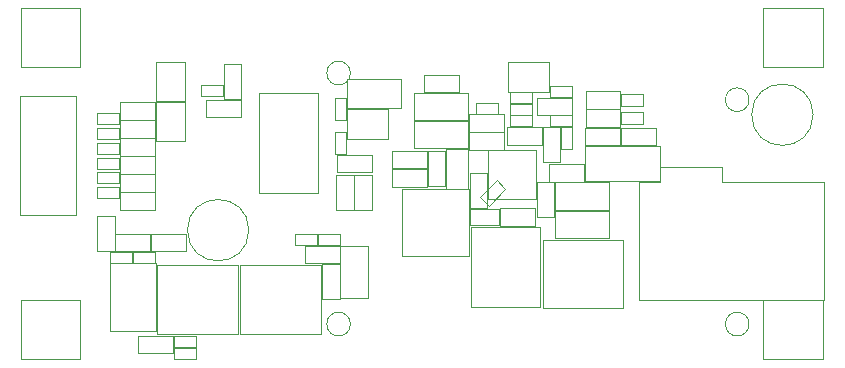
<source format=gbr>
%TF.GenerationSoftware,KiCad,Pcbnew,6.0.3-a3aad9c10e~116~ubuntu20.04.1*%
%TF.CreationDate,2022-03-23T21:19:16+01:00*%
%TF.ProjectId,Smart_Charger,536d6172-745f-4436-9861-726765722e6b,ED A0*%
%TF.SameCoordinates,Original*%
%TF.FileFunction,Other,User*%
%FSLAX46Y46*%
G04 Gerber Fmt 4.6, Leading zero omitted, Abs format (unit mm)*
G04 Created by KiCad (PCBNEW 6.0.3-a3aad9c10e~116~ubuntu20.04.1) date 2022-03-23 21:19:16*
%MOMM*%
%LPD*%
G01*
G04 APERTURE LIST*
%ADD10C,0.050000*%
G04 APERTURE END LIST*
D10*
%TO.C,R316*%
X137725000Y-82505000D02*
X137725000Y-81045000D01*
X140685000Y-81045000D02*
X140685000Y-82505000D01*
X140685000Y-82505000D02*
X137725000Y-82505000D01*
X137725000Y-81045000D02*
X140685000Y-81045000D01*
%TO.C,D302*%
X140324999Y-88749999D02*
X138024999Y-88749999D01*
X140324999Y-88749999D02*
X140324999Y-93149999D01*
X138024999Y-93149999D02*
X138024999Y-88749999D01*
X140324999Y-93149999D02*
X138024999Y-93149999D01*
%TO.C,JP302*%
X124900000Y-76550000D02*
X124900000Y-79850000D01*
X122400000Y-79850000D02*
X122400000Y-76550000D01*
X122400000Y-79850000D02*
X124900000Y-79850000D01*
X124900000Y-76550000D02*
X122400000Y-76550000D01*
%TO.C,TP304*%
X173850000Y-93325000D02*
X178850000Y-93325000D01*
X178850000Y-98325000D02*
X178850000Y-93325000D01*
X178850000Y-98325000D02*
X173850000Y-98325000D01*
X173850000Y-93325000D02*
X173850000Y-98325000D01*
%TO.C,FID301*%
X138875000Y-74125000D02*
G75*
G03*
X138875000Y-74125000I-1000000J0D01*
G01*
%TO.C,D204*%
X151475000Y-85600000D02*
X151475000Y-87000000D01*
X151475000Y-87000000D02*
X148975000Y-87000000D01*
X148975000Y-87000000D02*
X148975000Y-85600000D01*
X148975000Y-85600000D02*
X151475000Y-85600000D01*
%TO.C,C305*%
X122330000Y-82695000D02*
X122330000Y-84155000D01*
X119370000Y-84155000D02*
X119370000Y-82695000D01*
X122330000Y-84155000D02*
X119370000Y-84155000D01*
X119370000Y-82695000D02*
X122330000Y-82695000D01*
%TO.C,R209*%
X154255000Y-77645000D02*
X152395000Y-77645000D01*
X152395000Y-77645000D02*
X152395000Y-76705000D01*
X154255000Y-76705000D02*
X154255000Y-77645000D01*
X152395000Y-76705000D02*
X154255000Y-76705000D01*
%TO.C,R213*%
X148945000Y-79145000D02*
X151905000Y-79145000D01*
X151905000Y-80605000D02*
X148945000Y-80605000D01*
X151905000Y-79145000D02*
X151905000Y-80605000D01*
X148945000Y-80605000D02*
X148945000Y-79145000D01*
%TO.C,C301*%
X122330000Y-78055000D02*
X119370000Y-78055000D01*
X119370000Y-76595000D02*
X122330000Y-76595000D01*
X119370000Y-78055000D02*
X119370000Y-76595000D01*
X122330000Y-76595000D02*
X122330000Y-78055000D01*
%TO.C,R203*%
X156705000Y-80580000D02*
X156705000Y-78720000D01*
X157645000Y-80580000D02*
X156705000Y-80580000D01*
X157645000Y-78720000D02*
X157645000Y-80580000D01*
X156705000Y-78720000D02*
X157645000Y-78720000D01*
%TO.C,R212*%
X151905000Y-77620000D02*
X151905000Y-79080000D01*
X151905000Y-79080000D02*
X148945000Y-79080000D01*
X148945000Y-79080000D02*
X148945000Y-77620000D01*
X148945000Y-77620000D02*
X151905000Y-77620000D01*
%TO.C,C215*%
X149515000Y-77560000D02*
X149515000Y-76640000D01*
X149515000Y-76640000D02*
X151335000Y-76640000D01*
X151335000Y-77560000D02*
X149515000Y-77560000D01*
X151335000Y-76640000D02*
X151335000Y-77560000D01*
%TO.C,FID304*%
X172625000Y-76375000D02*
G75*
G03*
X172625000Y-76375000I-1000000J0D01*
G01*
%TO.C,JP303*%
X138597500Y-74622500D02*
X138597500Y-77122500D01*
X143197500Y-77122500D02*
X143197500Y-74622500D01*
X138597500Y-74622500D02*
X143197500Y-74622500D01*
X143197500Y-77122500D02*
X138597500Y-77122500D01*
%TO.C,J201*%
X155700000Y-73210000D02*
X155700000Y-75710000D01*
X152200000Y-75710000D02*
X152200000Y-73210000D01*
X152200000Y-73210000D02*
X155700000Y-73210000D01*
X155700000Y-75710000D02*
X152200000Y-75710000D01*
%TO.C,R305*%
X119290000Y-82530000D02*
X119290000Y-83470000D01*
X117430000Y-82530000D02*
X119290000Y-82530000D01*
X119290000Y-83470000D02*
X117430000Y-83470000D01*
X117430000Y-83470000D02*
X117430000Y-82530000D01*
%TO.C,L201*%
X143227500Y-89627500D02*
X148877500Y-89627500D01*
X148877500Y-89627500D02*
X148877500Y-83977500D01*
X148877500Y-83977500D02*
X143227500Y-83977500D01*
X143227500Y-83977500D02*
X143227500Y-89627500D01*
%TO.C,C208*%
X150430000Y-82570000D02*
X150430000Y-85530000D01*
X148970000Y-82570000D02*
X150430000Y-82570000D01*
X148970000Y-85530000D02*
X148970000Y-82570000D01*
X150430000Y-85530000D02*
X148970000Y-85530000D01*
%TO.C,C310*%
X121929999Y-89179999D02*
X118969999Y-89179999D01*
X118969999Y-89179999D02*
X118969999Y-87719999D01*
X121929999Y-87719999D02*
X121929999Y-89179999D01*
X118969999Y-87719999D02*
X121929999Y-87719999D01*
%TO.C,R204*%
X163667500Y-76870000D02*
X161807500Y-76870000D01*
X163667500Y-75930000D02*
X163667500Y-76870000D01*
X161807500Y-76870000D02*
X161807500Y-75930000D01*
X161807500Y-75930000D02*
X163667500Y-75930000D01*
%TO.C,C309*%
X126667500Y-77852500D02*
X126667500Y-76392500D01*
X129627500Y-76392500D02*
X129627500Y-77852500D01*
X129627500Y-77852500D02*
X126667500Y-77852500D01*
X126667500Y-76392500D02*
X129627500Y-76392500D01*
%TO.C,J101*%
X163300000Y-83350000D02*
X163300000Y-93350000D01*
X179000000Y-83350000D02*
X170300000Y-83350000D01*
X163300000Y-93350000D02*
X179000000Y-93350000D01*
X165100000Y-82050000D02*
X170300000Y-82050000D01*
X170300000Y-82050000D02*
X170300000Y-83350000D01*
X165100000Y-83350000D02*
X163300000Y-83350000D01*
X179000000Y-93350000D02*
X179000000Y-83350000D01*
X165100000Y-82050000D02*
X165100000Y-83350000D01*
%TO.C,R313*%
X123969999Y-97319999D02*
X123969999Y-96379999D01*
X125829999Y-97319999D02*
X123969999Y-97319999D01*
X125829999Y-96379999D02*
X125829999Y-97319999D01*
X123969999Y-96379999D02*
X125829999Y-96379999D01*
%TO.C,U301*%
X131097500Y-75847500D02*
X136097500Y-75847500D01*
X136097500Y-75847500D02*
X136097500Y-84247500D01*
X136097500Y-84247500D02*
X131097500Y-84247500D01*
X131097500Y-84247500D02*
X131097500Y-75847500D01*
%TO.C,TP303*%
X178850000Y-73650000D02*
X173850000Y-73650000D01*
X173850000Y-68650000D02*
X178850000Y-68650000D01*
X178850000Y-73650000D02*
X178850000Y-68650000D01*
X173850000Y-68650000D02*
X173850000Y-73650000D01*
%TO.C,H302*%
X178050000Y-77650000D02*
G75*
G03*
X178050000Y-77650000I-2600000J0D01*
G01*
%TO.C,R210*%
X154255000Y-76645000D02*
X152395000Y-76645000D01*
X154255000Y-75705000D02*
X154255000Y-76645000D01*
X152395000Y-75705000D02*
X154255000Y-75705000D01*
X152395000Y-76645000D02*
X152395000Y-75705000D01*
%TO.C,NT1*%
X151985660Y-83921447D02*
X151278553Y-83214340D01*
X150571447Y-85335660D02*
X151985660Y-83921447D01*
X151278553Y-83214340D02*
X149864340Y-84628553D01*
X149864340Y-84628553D02*
X150571447Y-85335660D01*
%TO.C,R311*%
X122339999Y-89239999D02*
X122339999Y-90179999D01*
X120479999Y-89239999D02*
X122339999Y-89239999D01*
X122339999Y-90179999D02*
X120479999Y-90179999D01*
X120479999Y-90179999D02*
X120479999Y-89239999D01*
%TO.C,H301*%
X130275000Y-87425000D02*
G75*
G03*
X130275000Y-87425000I-2600000J0D01*
G01*
%TO.C,D203*%
X158750000Y-80300000D02*
X158750000Y-83300000D01*
X165050000Y-80300000D02*
X165050000Y-83300000D01*
X165050000Y-83300000D02*
X158750000Y-83300000D01*
X158750000Y-80300000D02*
X165050000Y-80300000D01*
%TO.C,C308*%
X117449999Y-86219999D02*
X118909999Y-86219999D01*
X118909999Y-86219999D02*
X118909999Y-89179999D01*
X118909999Y-89179999D02*
X117449999Y-89179999D01*
X117449999Y-89179999D02*
X117449999Y-86219999D01*
%TO.C,C203*%
X161705000Y-78770000D02*
X161705000Y-80230000D01*
X161705000Y-80230000D02*
X158745000Y-80230000D01*
X158745000Y-80230000D02*
X158745000Y-78770000D01*
X158745000Y-78770000D02*
X161705000Y-78770000D01*
%TO.C,C207*%
X160800000Y-83375000D02*
X160800000Y-85675000D01*
X156200000Y-85675000D02*
X156200000Y-83375000D01*
X160800000Y-85675000D02*
X156200000Y-85675000D01*
X156200000Y-83375000D02*
X160800000Y-83375000D01*
%TO.C,R301*%
X117430000Y-78470000D02*
X117430000Y-77530000D01*
X119290000Y-78470000D02*
X117430000Y-78470000D01*
X117430000Y-77530000D02*
X119290000Y-77530000D01*
X119290000Y-77530000D02*
X119290000Y-78470000D01*
%TO.C,C213*%
X144275000Y-75800000D02*
X148875000Y-75800000D01*
X148875000Y-75800000D02*
X148875000Y-78100000D01*
X144275000Y-78100000D02*
X144275000Y-75800000D01*
X148875000Y-78100000D02*
X144275000Y-78100000D01*
%TO.C,R320*%
X140665000Y-82795000D02*
X140665000Y-85755000D01*
X139205000Y-85755000D02*
X139205000Y-82795000D01*
X139205000Y-82795000D02*
X140665000Y-82795000D01*
X140665000Y-85755000D02*
X139205000Y-85755000D01*
%TO.C,R208*%
X154255000Y-78645000D02*
X152395000Y-78645000D01*
X152395000Y-77705000D02*
X154255000Y-77705000D01*
X154255000Y-77705000D02*
X154255000Y-78645000D01*
X152395000Y-78645000D02*
X152395000Y-77705000D01*
%TO.C,J302*%
X138597500Y-77197500D02*
X142097500Y-77197500D01*
X142097500Y-79697500D02*
X138597500Y-79697500D01*
X142097500Y-77197500D02*
X142097500Y-79697500D01*
X138597500Y-79697500D02*
X138597500Y-77197500D01*
%TO.C,R312*%
X137577500Y-79117500D02*
X138517500Y-79117500D01*
X137577500Y-80977500D02*
X137577500Y-79117500D01*
X138517500Y-79117500D02*
X138517500Y-80977500D01*
X138517500Y-80977500D02*
X137577500Y-80977500D01*
%TO.C,C204*%
X156130000Y-83370000D02*
X156130000Y-86330000D01*
X154670000Y-86330000D02*
X154670000Y-83370000D01*
X154670000Y-83370000D02*
X156130000Y-83370000D01*
X156130000Y-86330000D02*
X154670000Y-86330000D01*
%TO.C,R302*%
X119290000Y-78780000D02*
X119290000Y-79720000D01*
X119290000Y-79720000D02*
X117430000Y-79720000D01*
X117430000Y-79720000D02*
X117430000Y-78780000D01*
X117430000Y-78780000D02*
X119290000Y-78780000D01*
%TO.C,C306*%
X119370000Y-84220000D02*
X122330000Y-84220000D01*
X122330000Y-85680000D02*
X119370000Y-85680000D01*
X119370000Y-85680000D02*
X119370000Y-84220000D01*
X122330000Y-84220000D02*
X122330000Y-85680000D01*
%TO.C,C214*%
X145070000Y-75730000D02*
X145070000Y-74270000D01*
X148030000Y-75730000D02*
X145070000Y-75730000D01*
X145070000Y-74270000D02*
X148030000Y-74270000D01*
X148030000Y-74270000D02*
X148030000Y-75730000D01*
%TO.C,C216*%
X145380000Y-80720000D02*
X145380000Y-82180000D01*
X145380000Y-82180000D02*
X142420000Y-82180000D01*
X142420000Y-82180000D02*
X142420000Y-80720000D01*
X142420000Y-80720000D02*
X145380000Y-80720000D01*
%TO.C,C303*%
X119370000Y-81105000D02*
X119370000Y-79645000D01*
X119370000Y-79645000D02*
X122330000Y-79645000D01*
X122330000Y-81105000D02*
X119370000Y-81105000D01*
X122330000Y-79645000D02*
X122330000Y-81105000D01*
%TO.C,C212*%
X144275000Y-80475000D02*
X144275000Y-78175000D01*
X148875000Y-80475000D02*
X144275000Y-80475000D01*
X144275000Y-78175000D02*
X148875000Y-78175000D01*
X148875000Y-78175000D02*
X148875000Y-80475000D01*
%TO.C,R315*%
X125829999Y-98319999D02*
X123969999Y-98319999D01*
X123969999Y-98319999D02*
X123969999Y-97379999D01*
X123969999Y-97379999D02*
X125829999Y-97379999D01*
X125829999Y-97379999D02*
X125829999Y-98319999D01*
%TO.C,C311*%
X124949999Y-89179999D02*
X121989999Y-89179999D01*
X121989999Y-87719999D02*
X124949999Y-87719999D01*
X121989999Y-89179999D02*
X121989999Y-87719999D01*
X124949999Y-87719999D02*
X124949999Y-89179999D01*
%TO.C,TP301*%
X116000000Y-73650000D02*
X111000000Y-73650000D01*
X111000000Y-68650000D02*
X111000000Y-73650000D01*
X111000000Y-68650000D02*
X116000000Y-68650000D01*
X116000000Y-73650000D02*
X116000000Y-68650000D01*
%TO.C,C210*%
X145445000Y-83705000D02*
X145445000Y-80745000D01*
X145445000Y-80745000D02*
X146905000Y-80745000D01*
X146905000Y-83705000D02*
X145445000Y-83705000D01*
X146905000Y-80745000D02*
X146905000Y-83705000D01*
%TO.C,C205*%
X152145000Y-78720000D02*
X155105000Y-78720000D01*
X152145000Y-80180000D02*
X152145000Y-78720000D01*
X155105000Y-80180000D02*
X152145000Y-80180000D01*
X155105000Y-78720000D02*
X155105000Y-80180000D01*
%TO.C,R307*%
X128102500Y-76092500D02*
X126242500Y-76092500D01*
X126242500Y-75152500D02*
X128102500Y-75152500D01*
X126242500Y-76092500D02*
X126242500Y-75152500D01*
X128102500Y-75152500D02*
X128102500Y-76092500D01*
%TO.C,FID302*%
X138875000Y-95375000D02*
G75*
G03*
X138875000Y-95375000I-1000000J0D01*
G01*
%TO.C,Q2*%
X149100000Y-87117500D02*
X154900000Y-87117500D01*
X154900000Y-87117500D02*
X154900000Y-93917500D01*
X154900000Y-93917500D02*
X149100000Y-93917500D01*
X149100000Y-93917500D02*
X149100000Y-87117500D01*
%TO.C,TP302*%
X110950000Y-93325000D02*
X110950000Y-98325000D01*
X110950000Y-93325000D02*
X115950000Y-93325000D01*
X115950000Y-98325000D02*
X110950000Y-98325000D01*
X115950000Y-98325000D02*
X115950000Y-93325000D01*
%TO.C,R206*%
X164730000Y-78770000D02*
X164730000Y-80230000D01*
X164730000Y-80230000D02*
X161770000Y-80230000D01*
X161770000Y-80230000D02*
X161770000Y-78770000D01*
X161770000Y-78770000D02*
X164730000Y-78770000D01*
%TO.C,C209*%
X154505000Y-87030000D02*
X151545000Y-87030000D01*
X151545000Y-87030000D02*
X151545000Y-85570000D01*
X154505000Y-85570000D02*
X154505000Y-87030000D01*
X151545000Y-85570000D02*
X154505000Y-85570000D01*
%TO.C,R304*%
X117430000Y-81280000D02*
X119290000Y-81280000D01*
X119290000Y-82220000D02*
X117430000Y-82220000D01*
X117430000Y-82220000D02*
X117430000Y-81280000D01*
X119290000Y-81280000D02*
X119290000Y-82220000D01*
%TO.C,R319*%
X136494999Y-93229999D02*
X136494999Y-90269999D01*
X136494999Y-90269999D02*
X137954999Y-90269999D01*
X137954999Y-93229999D02*
X136494999Y-93229999D01*
X137954999Y-90269999D02*
X137954999Y-93229999D01*
%TO.C,R318*%
X137954999Y-90204999D02*
X134994999Y-90204999D01*
X134994999Y-90204999D02*
X134994999Y-88744999D01*
X137954999Y-88744999D02*
X137954999Y-90204999D01*
X134994999Y-88744999D02*
X137954999Y-88744999D01*
%TO.C,C201*%
X157630000Y-76195000D02*
X157630000Y-77655000D01*
X157630000Y-77655000D02*
X154670000Y-77655000D01*
X154670000Y-77655000D02*
X154670000Y-76195000D01*
X154670000Y-76195000D02*
X157630000Y-76195000D01*
%TO.C,FID303*%
X172625000Y-95375000D02*
G75*
G03*
X172625000Y-95375000I-1000000J0D01*
G01*
%TO.C,Q3*%
X129339999Y-90384999D02*
X122539999Y-90384999D01*
X122539999Y-90384999D02*
X122539999Y-96184999D01*
X122539999Y-96184999D02*
X129339999Y-96184999D01*
X129339999Y-96184999D02*
X129339999Y-90384999D01*
%TO.C,R303*%
X119290000Y-80970000D02*
X117430000Y-80970000D01*
X117430000Y-80970000D02*
X117430000Y-80030000D01*
X119290000Y-80030000D02*
X119290000Y-80970000D01*
X117430000Y-80030000D02*
X119290000Y-80030000D01*
%TO.C,J301*%
X115637500Y-76100000D02*
X110937500Y-76100000D01*
X110937500Y-76100000D02*
X110937500Y-86150000D01*
X110937500Y-86150000D02*
X115637500Y-86150000D01*
X115637500Y-86150000D02*
X115637500Y-76100000D01*
%TO.C,R205*%
X163667500Y-78395000D02*
X161807500Y-78395000D01*
X163667500Y-77455000D02*
X163667500Y-78395000D01*
X161807500Y-78395000D02*
X161807500Y-77455000D01*
X161807500Y-77455000D02*
X163667500Y-77455000D01*
%TO.C,C211*%
X142420000Y-83730000D02*
X142420000Y-82270000D01*
X145380000Y-83730000D02*
X142420000Y-83730000D01*
X145380000Y-82270000D02*
X145380000Y-83730000D01*
X142420000Y-82270000D02*
X145380000Y-82270000D01*
%TO.C,R207*%
X158680000Y-83305000D02*
X155720000Y-83305000D01*
X158680000Y-81845000D02*
X158680000Y-83305000D01*
X155720000Y-81845000D02*
X158680000Y-81845000D01*
X155720000Y-83305000D02*
X155720000Y-81845000D01*
%TO.C,C202*%
X155170000Y-78720000D02*
X156630000Y-78720000D01*
X155170000Y-81680000D02*
X155170000Y-78720000D01*
X156630000Y-81680000D02*
X155170000Y-81680000D01*
X156630000Y-78720000D02*
X156630000Y-81680000D01*
%TO.C,R321*%
X139145000Y-85755000D02*
X137685000Y-85755000D01*
X137685000Y-82795000D02*
X139145000Y-82795000D01*
X139145000Y-82795000D02*
X139145000Y-85755000D01*
X137685000Y-85755000D02*
X137685000Y-82795000D01*
%TO.C,C206*%
X160800000Y-85775000D02*
X160800000Y-88075000D01*
X160800000Y-88075000D02*
X156200000Y-88075000D01*
X156200000Y-88075000D02*
X156200000Y-85775000D01*
X156200000Y-85775000D02*
X160800000Y-85775000D01*
%TO.C,D201*%
X161742500Y-75670000D02*
X161742500Y-77130000D01*
X161742500Y-77130000D02*
X158782500Y-77130000D01*
X158782500Y-77130000D02*
X158782500Y-75670000D01*
X158782500Y-75670000D02*
X161742500Y-75670000D01*
%TO.C,Q1*%
X161950000Y-88250000D02*
X155150000Y-88250000D01*
X155150000Y-88250000D02*
X155150000Y-94050000D01*
X155150000Y-94050000D02*
X161950000Y-94050000D01*
X161950000Y-94050000D02*
X161950000Y-88250000D01*
%TO.C,C304*%
X119370000Y-82630000D02*
X119370000Y-81170000D01*
X122330000Y-81170000D02*
X122330000Y-82630000D01*
X122330000Y-82630000D02*
X119370000Y-82630000D01*
X119370000Y-81170000D02*
X122330000Y-81170000D01*
%TO.C,Q4*%
X129557499Y-96184999D02*
X136357499Y-96184999D01*
X136357499Y-96184999D02*
X136357499Y-90384999D01*
X136357499Y-90384999D02*
X129557499Y-90384999D01*
X129557499Y-90384999D02*
X129557499Y-96184999D01*
%TO.C,R309*%
X137552500Y-78077500D02*
X137552500Y-76217500D01*
X138492500Y-76217500D02*
X138492500Y-78077500D01*
X138492500Y-78077500D02*
X137552500Y-78077500D01*
X137552500Y-76217500D02*
X138492500Y-76217500D01*
%TO.C,D301*%
X136094999Y-88669999D02*
X136094999Y-87729999D01*
X137954999Y-87729999D02*
X137954999Y-88669999D01*
X137954999Y-88669999D02*
X136094999Y-88669999D01*
X136094999Y-87729999D02*
X137954999Y-87729999D01*
%TO.C,R308*%
X118559999Y-90179999D02*
X118559999Y-89239999D01*
X118559999Y-89239999D02*
X120419999Y-89239999D01*
X120419999Y-90179999D02*
X118559999Y-90179999D01*
X120419999Y-89239999D02*
X120419999Y-90179999D01*
%TO.C,R211*%
X148875000Y-83905000D02*
X146975000Y-83905000D01*
X146975000Y-83905000D02*
X146975000Y-80545000D01*
X146975000Y-80545000D02*
X148875000Y-80545000D01*
X148875000Y-80545000D02*
X148875000Y-83905000D01*
%TO.C,R314*%
X123879999Y-97829999D02*
X120919999Y-97829999D01*
X120919999Y-96369999D02*
X123879999Y-96369999D01*
X123879999Y-96369999D02*
X123879999Y-97829999D01*
X120919999Y-97829999D02*
X120919999Y-96369999D01*
%TO.C,R306*%
X117430000Y-83780000D02*
X119290000Y-83780000D01*
X117430000Y-84720000D02*
X117430000Y-83780000D01*
X119290000Y-84720000D02*
X117430000Y-84720000D01*
X119290000Y-83780000D02*
X119290000Y-84720000D01*
%TO.C,R202*%
X155770000Y-78645000D02*
X155770000Y-77705000D01*
X157630000Y-77705000D02*
X157630000Y-78645000D01*
X155770000Y-77705000D02*
X157630000Y-77705000D01*
X157630000Y-78645000D02*
X155770000Y-78645000D01*
%TO.C,R201*%
X155770000Y-76145000D02*
X155770000Y-75205000D01*
X155770000Y-75205000D02*
X157630000Y-75205000D01*
X157630000Y-76145000D02*
X155770000Y-76145000D01*
X157630000Y-75205000D02*
X157630000Y-76145000D01*
%TO.C,R317*%
X136022499Y-87729999D02*
X136022499Y-88669999D01*
X134162499Y-88669999D02*
X134162499Y-87729999D01*
X134162499Y-87729999D02*
X136022499Y-87729999D01*
X136022499Y-88669999D02*
X134162499Y-88669999D01*
%TO.C,JP301*%
X122400000Y-76475000D02*
X124900000Y-76475000D01*
X122400000Y-76475000D02*
X122400000Y-73175000D01*
X124900000Y-73175000D02*
X124900000Y-76475000D01*
X124900000Y-73175000D02*
X122400000Y-73175000D01*
%TO.C,R310*%
X118499999Y-90239999D02*
X122399999Y-90239999D01*
X118499999Y-95939999D02*
X118499999Y-90239999D01*
X122399999Y-90239999D02*
X122399999Y-95939999D01*
X122399999Y-95939999D02*
X118499999Y-95939999D01*
%TO.C,C307*%
X128167500Y-73367500D02*
X129627500Y-73367500D01*
X128167500Y-76327500D02*
X128167500Y-73367500D01*
X129627500Y-73367500D02*
X129627500Y-76327500D01*
X129627500Y-76327500D02*
X128167500Y-76327500D01*
%TO.C,D202*%
X158782500Y-77195000D02*
X161742500Y-77195000D01*
X158782500Y-78655000D02*
X158782500Y-77195000D01*
X161742500Y-78655000D02*
X158782500Y-78655000D01*
X161742500Y-77195000D02*
X161742500Y-78655000D01*
%TO.C,C302*%
X119370000Y-79580000D02*
X119370000Y-78120000D01*
X122330000Y-78120000D02*
X122330000Y-79580000D01*
X119370000Y-78120000D02*
X122330000Y-78120000D01*
X122330000Y-79580000D02*
X119370000Y-79580000D01*
%TO.C,U201*%
X154600000Y-80675000D02*
X150500000Y-80675000D01*
X150500000Y-80675000D02*
X150500000Y-84775000D01*
X150500000Y-84775000D02*
X154600000Y-84775000D01*
X154600000Y-84775000D02*
X154600000Y-80675000D01*
%TD*%
M02*

</source>
